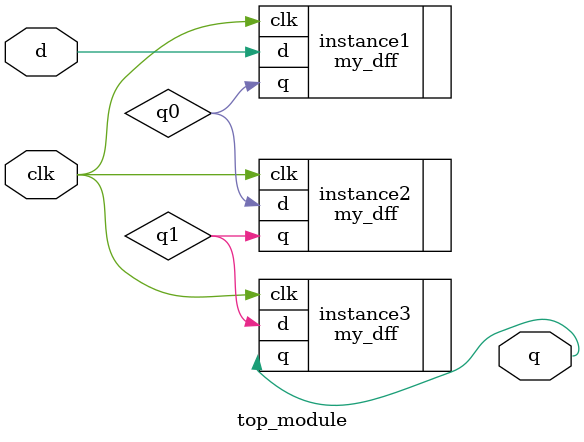
<source format=v>
module top_module ( input clk, input d, output q );
    wire q0,q1;     //从左到右为q0,q1
    my_dff instance1(.clk(clk),.d(d),.q(q0)      ); 
    my_dff instance2(.clk(clk),.d(q0),.q(q1)     );
    my_dff instance3(.clk(clk),.d(q1),.q(q)      );
endmodule
</source>
